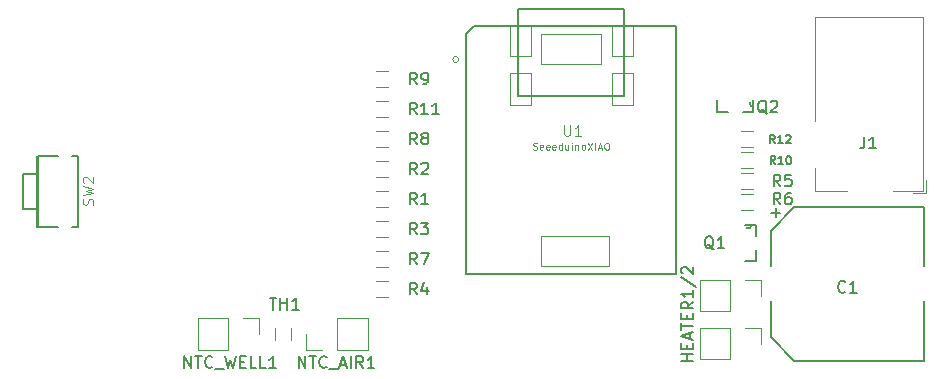
<source format=gto>
G04 #@! TF.GenerationSoftware,KiCad,Pcbnew,(5.1.6-0-10_14)*
G04 #@! TF.CreationDate,2020-10-28T15:49:20+09:00*
G04 #@! TF.ProjectId,NinjaLAMP,4e696e6a-614c-4414-9d50-2e6b69636164,rev?*
G04 #@! TF.SameCoordinates,Original*
G04 #@! TF.FileFunction,Legend,Top*
G04 #@! TF.FilePolarity,Positive*
%FSLAX46Y46*%
G04 Gerber Fmt 4.6, Leading zero omitted, Abs format (unit mm)*
G04 Created by KiCad (PCBNEW (5.1.6-0-10_14)) date 2020-10-28 15:49:20*
%MOMM*%
%LPD*%
G01*
G04 APERTURE LIST*
%ADD10C,0.150000*%
%ADD11C,0.203200*%
%ADD12C,0.120000*%
%ADD13C,0.152400*%
%ADD14C,0.100000*%
%ADD15C,0.127000*%
%ADD16C,0.066040*%
%ADD17C,0.101600*%
%ADD18C,0.076200*%
G04 APERTURE END LIST*
D10*
X167740060Y-116924710D02*
X166740060Y-116924710D01*
X167216251Y-116924710D02*
X167216251Y-116353281D01*
X167740060Y-116353281D02*
X166740060Y-116353281D01*
X167216251Y-115877091D02*
X167216251Y-115543758D01*
X167740060Y-115400900D02*
X167740060Y-115877091D01*
X166740060Y-115877091D01*
X166740060Y-115400900D01*
X167454346Y-115019948D02*
X167454346Y-114543758D01*
X167740060Y-115115186D02*
X166740060Y-114781853D01*
X167740060Y-114448520D01*
X166740060Y-114258043D02*
X166740060Y-113686615D01*
X167740060Y-113972329D02*
X166740060Y-113972329D01*
X167216251Y-113353281D02*
X167216251Y-113019948D01*
X167740060Y-112877091D02*
X167740060Y-113353281D01*
X166740060Y-113353281D01*
X166740060Y-112877091D01*
X167740060Y-111877091D02*
X167263870Y-112210424D01*
X167740060Y-112448520D02*
X166740060Y-112448520D01*
X166740060Y-112067567D01*
X166787680Y-111972329D01*
X166835299Y-111924710D01*
X166930537Y-111877091D01*
X167073394Y-111877091D01*
X167168632Y-111924710D01*
X167216251Y-111972329D01*
X167263870Y-112067567D01*
X167263870Y-112448520D01*
X167740060Y-110924710D02*
X167740060Y-111496139D01*
X167740060Y-111210424D02*
X166740060Y-111210424D01*
X166882918Y-111305662D01*
X166978156Y-111400900D01*
X167025775Y-111496139D01*
X166692441Y-109781853D02*
X167978156Y-110638996D01*
X166835299Y-109496139D02*
X166787680Y-109448520D01*
X166740060Y-109353281D01*
X166740060Y-109115186D01*
X166787680Y-109019948D01*
X166835299Y-108972329D01*
X166930537Y-108924710D01*
X167025775Y-108924710D01*
X167168632Y-108972329D01*
X167740060Y-109543758D01*
X167740060Y-108924710D01*
D11*
G04 #@! TO.C,C1*
X174303020Y-114867880D02*
X174303020Y-111867880D01*
X174303020Y-105867880D02*
X174303020Y-108867880D01*
X187303020Y-103867880D02*
X187303020Y-108867880D01*
X187303020Y-116867880D02*
X187303020Y-111867880D01*
X176303020Y-103867880D02*
X187303020Y-103867880D01*
X174303020Y-105867880D02*
X176303020Y-103867880D01*
X176303020Y-116867880D02*
X174303020Y-114867880D01*
X187303020Y-116867880D02*
X176303020Y-116867880D01*
D12*
G04 #@! TO.C,HEATER1*
X168279240Y-114112800D02*
X168279240Y-116772800D01*
X170879240Y-114112800D02*
X168279240Y-114112800D01*
X170879240Y-116772800D02*
X168279240Y-116772800D01*
X170879240Y-114112800D02*
X170879240Y-116772800D01*
X172149240Y-114112800D02*
X173479240Y-114112800D01*
X173479240Y-114112800D02*
X173479240Y-115442800D01*
G04 #@! TO.C,HEATER2*
X173489400Y-110039400D02*
X173489400Y-111369400D01*
X172159400Y-110039400D02*
X173489400Y-110039400D01*
X170889400Y-110039400D02*
X170889400Y-112699400D01*
X170889400Y-112699400D02*
X168289400Y-112699400D01*
X170889400Y-110039400D02*
X168289400Y-110039400D01*
X168289400Y-110039400D02*
X168289400Y-112699400D01*
G04 #@! TO.C,J1*
X186374200Y-102674400D02*
X187424200Y-102674400D01*
X187424200Y-101624400D02*
X187424200Y-102674400D01*
X178024200Y-96574400D02*
X178024200Y-87774400D01*
X178024200Y-87774400D02*
X187224200Y-87774400D01*
X180724200Y-102474400D02*
X178024200Y-102474400D01*
X178024200Y-102474400D02*
X178024200Y-100574400D01*
X187224200Y-87774400D02*
X187224200Y-102474400D01*
X187224200Y-102474400D02*
X184624200Y-102474400D01*
G04 #@! TO.C,NTC_AIR1*
X140190000Y-115960000D02*
X140190000Y-113300000D01*
X137590000Y-115960000D02*
X140190000Y-115960000D01*
X137590000Y-113300000D02*
X140190000Y-113300000D01*
X137590000Y-115960000D02*
X137590000Y-113300000D01*
X136320000Y-115960000D02*
X134990000Y-115960000D01*
X134990000Y-115960000D02*
X134990000Y-114630000D01*
G04 #@! TO.C,NTC_WELL1*
X130982500Y-113300000D02*
X130982500Y-114630000D01*
X129652500Y-113300000D02*
X130982500Y-113300000D01*
X128382500Y-113300000D02*
X128382500Y-115960000D01*
X128382500Y-115960000D02*
X125782500Y-115960000D01*
X128382500Y-113300000D02*
X125782500Y-113300000D01*
X125782500Y-113300000D02*
X125782500Y-115960000D01*
D13*
G04 #@! TO.C,Q1*
X173086500Y-106298800D02*
X173086500Y-105384400D01*
X172095900Y-108432400D02*
X173086500Y-108432400D01*
X173086500Y-108432400D02*
X173086500Y-107518000D01*
X173086500Y-105384400D02*
X172680100Y-105384400D01*
X172680100Y-105384400D02*
X172095900Y-105384400D01*
X172680100Y-105384400D02*
G75*
G02*
X172273700Y-105663800I-301019J2582D01*
G01*
G04 #@! TO.C,Q2*
X172832500Y-95414900D02*
X172832500Y-94830700D01*
X172832500Y-95821300D02*
X172832500Y-95414900D01*
X169784500Y-95821300D02*
X170698900Y-95821300D01*
X169784500Y-94830700D02*
X169784500Y-95821300D01*
X171918100Y-95821300D02*
X172832500Y-95821300D01*
X172832500Y-95414900D02*
G75*
G02*
X172553100Y-95008500I2582J301019D01*
G01*
D12*
G04 #@! TO.C,R1*
X141900000Y-103880000D02*
X140900000Y-103880000D01*
X140900000Y-102520000D02*
X141900000Y-102520000D01*
G04 #@! TO.C,R2*
X140900000Y-99980000D02*
X141900000Y-99980000D01*
X141900000Y-101340000D02*
X140900000Y-101340000D01*
G04 #@! TO.C,R3*
X140900000Y-105060000D02*
X141900000Y-105060000D01*
X141900000Y-106420000D02*
X140900000Y-106420000D01*
G04 #@! TO.C,R4*
X141900000Y-111500000D02*
X140900000Y-111500000D01*
X140900000Y-110140000D02*
X141900000Y-110140000D01*
G04 #@! TO.C,R5*
X172821960Y-102356000D02*
X171821960Y-102356000D01*
X171821960Y-100996000D02*
X172821960Y-100996000D01*
G04 #@! TO.C,R6*
X171821960Y-102774000D02*
X172821960Y-102774000D01*
X172821960Y-104134000D02*
X171821960Y-104134000D01*
G04 #@! TO.C,R7*
X140900000Y-107600000D02*
X141900000Y-107600000D01*
X141900000Y-108960000D02*
X140900000Y-108960000D01*
G04 #@! TO.C,R8*
X141900000Y-98800000D02*
X140900000Y-98800000D01*
X140900000Y-97440000D02*
X141900000Y-97440000D01*
G04 #@! TO.C,R9*
X140900000Y-92360000D02*
X141900000Y-92360000D01*
X141900000Y-93720000D02*
X140900000Y-93720000D01*
G04 #@! TO.C,R10*
X171821960Y-99218000D02*
X172821960Y-99218000D01*
X172821960Y-100578000D02*
X171821960Y-100578000D01*
G04 #@! TO.C,R11*
X141900000Y-96260000D02*
X140900000Y-96260000D01*
X140900000Y-94900000D02*
X141900000Y-94900000D01*
G04 #@! TO.C,R12*
X171821960Y-97440000D02*
X172821960Y-97440000D01*
X172821960Y-98800000D02*
X171821960Y-98800000D01*
D14*
G04 #@! TO.C,U1*
X147885000Y-91379000D02*
G75*
G03*
X147885000Y-91379000I-254000J0D01*
G01*
D15*
X152914200Y-94470180D02*
X152914200Y-87116880D01*
X161913420Y-94470180D02*
X152914200Y-94470180D01*
X161913420Y-87116880D02*
X161913420Y-94470180D01*
X152919280Y-87116880D02*
X161913420Y-87116880D01*
X148520000Y-89212380D02*
X148520000Y-109540000D01*
X149190560Y-88541820D02*
X148520000Y-89212380D01*
X166317780Y-88541820D02*
X149190560Y-88541820D01*
X166317780Y-109540000D02*
X166317780Y-88541820D01*
X148520000Y-109540000D02*
X166317780Y-109540000D01*
D16*
X160839000Y-91125000D02*
X160839000Y-88458000D01*
X160839000Y-88458000D02*
X162617000Y-88458000D01*
X162617000Y-91125000D02*
X162617000Y-88458000D01*
X160839000Y-91125000D02*
X162617000Y-91125000D01*
X160839000Y-95191540D02*
X160839000Y-92522000D01*
X160839000Y-92522000D02*
X162617000Y-92522000D01*
X162617000Y-95191540D02*
X162617000Y-92522000D01*
X160839000Y-95191540D02*
X162617000Y-95191540D01*
X152203000Y-95191540D02*
X152203000Y-92522000D01*
X152203000Y-92522000D02*
X153981000Y-92522000D01*
X153981000Y-95191540D02*
X153981000Y-92522000D01*
X152203000Y-95191540D02*
X153981000Y-95191540D01*
X152203000Y-91125000D02*
X152203000Y-88458000D01*
X152203000Y-88458000D02*
X153981000Y-88458000D01*
X153981000Y-91125000D02*
X153981000Y-88458000D01*
X152203000Y-91125000D02*
X153981000Y-91125000D01*
X154870000Y-108905000D02*
X154870000Y-106365000D01*
X154870000Y-106365000D02*
X160585000Y-106365000D01*
X160585000Y-108905000D02*
X160585000Y-106365000D01*
X154870000Y-108905000D02*
X160585000Y-108905000D01*
X154870000Y-91760000D02*
X154870000Y-89220000D01*
X154870000Y-89220000D02*
X159950000Y-89220000D01*
X159950000Y-91760000D02*
X159950000Y-89220000D01*
X154870000Y-91760000D02*
X159950000Y-91760000D01*
D12*
G04 #@! TO.C,TH1*
X132322500Y-115127000D02*
X132322500Y-114127000D01*
X133682500Y-114127000D02*
X133682500Y-115127000D01*
D16*
G04 #@! TO.C,SW2*
X115663000Y-105588000D02*
X115663000Y-99619000D01*
X112234000Y-105588000D02*
X112234000Y-99619000D01*
D15*
X115668080Y-105539740D02*
X115668080Y-99540260D01*
X112170500Y-105539740D02*
X112170500Y-104038600D01*
X112170500Y-104038600D02*
X112170500Y-101041400D01*
X112170500Y-101041400D02*
X112170500Y-99540260D01*
X112170500Y-104038600D02*
X111022420Y-104038600D01*
X111022420Y-104038600D02*
X111022420Y-101041400D01*
X111022420Y-101041400D02*
X112170500Y-101041400D01*
X115668080Y-105539740D02*
X115119440Y-105539740D01*
X112221300Y-105539740D02*
X113920560Y-105539740D01*
X112221300Y-99540260D02*
X113920560Y-99540260D01*
X115668080Y-99540260D02*
X115119440Y-99540260D01*
G04 #@! TO.C,C1*
D10*
X180623653Y-111024742D02*
X180576034Y-111072361D01*
X180433177Y-111119980D01*
X180337939Y-111119980D01*
X180195081Y-111072361D01*
X180099843Y-110977123D01*
X180052224Y-110881885D01*
X180004605Y-110691409D01*
X180004605Y-110548552D01*
X180052224Y-110358076D01*
X180099843Y-110262838D01*
X180195081Y-110167600D01*
X180337939Y-110119980D01*
X180433177Y-110119980D01*
X180576034Y-110167600D01*
X180623653Y-110215219D01*
X181576034Y-111119980D02*
X181004605Y-111119980D01*
X181290320Y-111119980D02*
X181290320Y-110119980D01*
X181195081Y-110262838D01*
X181099843Y-110358076D01*
X181004605Y-110405695D01*
X174326067Y-104343308D02*
X175087972Y-104343308D01*
X174707020Y-104724260D02*
X174707020Y-103962356D01*
G04 #@! TO.C,J1*
X182222286Y-97912740D02*
X182222286Y-98627026D01*
X182174667Y-98769883D01*
X182079429Y-98865121D01*
X181936572Y-98912740D01*
X181841334Y-98912740D01*
X183222286Y-98912740D02*
X182650858Y-98912740D01*
X182936572Y-98912740D02*
X182936572Y-97912740D01*
X182841334Y-98055598D01*
X182746096Y-98150836D01*
X182650858Y-98198455D01*
G04 #@! TO.C,NTC_AIR1*
X134322023Y-117495380D02*
X134322023Y-116495380D01*
X134893452Y-117495380D01*
X134893452Y-116495380D01*
X135226785Y-116495380D02*
X135798214Y-116495380D01*
X135512500Y-117495380D02*
X135512500Y-116495380D01*
X136702976Y-117400142D02*
X136655357Y-117447761D01*
X136512500Y-117495380D01*
X136417261Y-117495380D01*
X136274404Y-117447761D01*
X136179166Y-117352523D01*
X136131547Y-117257285D01*
X136083928Y-117066809D01*
X136083928Y-116923952D01*
X136131547Y-116733476D01*
X136179166Y-116638238D01*
X136274404Y-116543000D01*
X136417261Y-116495380D01*
X136512500Y-116495380D01*
X136655357Y-116543000D01*
X136702976Y-116590619D01*
X136893452Y-117590619D02*
X137655357Y-117590619D01*
X137845833Y-117209666D02*
X138322023Y-117209666D01*
X137750595Y-117495380D02*
X138083928Y-116495380D01*
X138417261Y-117495380D01*
X138750595Y-117495380D02*
X138750595Y-116495380D01*
X139798214Y-117495380D02*
X139464880Y-117019190D01*
X139226785Y-117495380D02*
X139226785Y-116495380D01*
X139607738Y-116495380D01*
X139702976Y-116543000D01*
X139750595Y-116590619D01*
X139798214Y-116685857D01*
X139798214Y-116828714D01*
X139750595Y-116923952D01*
X139702976Y-116971571D01*
X139607738Y-117019190D01*
X139226785Y-117019190D01*
X140750595Y-117495380D02*
X140179166Y-117495380D01*
X140464880Y-117495380D02*
X140464880Y-116495380D01*
X140369642Y-116638238D01*
X140274404Y-116733476D01*
X140179166Y-116781095D01*
G04 #@! TO.C,NTC_WELL1*
X124655357Y-117495380D02*
X124655357Y-116495380D01*
X125226785Y-117495380D01*
X125226785Y-116495380D01*
X125560119Y-116495380D02*
X126131547Y-116495380D01*
X125845833Y-117495380D02*
X125845833Y-116495380D01*
X127036309Y-117400142D02*
X126988690Y-117447761D01*
X126845833Y-117495380D01*
X126750595Y-117495380D01*
X126607738Y-117447761D01*
X126512500Y-117352523D01*
X126464880Y-117257285D01*
X126417261Y-117066809D01*
X126417261Y-116923952D01*
X126464880Y-116733476D01*
X126512500Y-116638238D01*
X126607738Y-116543000D01*
X126750595Y-116495380D01*
X126845833Y-116495380D01*
X126988690Y-116543000D01*
X127036309Y-116590619D01*
X127226785Y-117590619D02*
X127988690Y-117590619D01*
X128131547Y-116495380D02*
X128369642Y-117495380D01*
X128560119Y-116781095D01*
X128750595Y-117495380D01*
X128988690Y-116495380D01*
X129369642Y-116971571D02*
X129702976Y-116971571D01*
X129845833Y-117495380D02*
X129369642Y-117495380D01*
X129369642Y-116495380D01*
X129845833Y-116495380D01*
X130750595Y-117495380D02*
X130274404Y-117495380D01*
X130274404Y-116495380D01*
X131560119Y-117495380D02*
X131083928Y-117495380D01*
X131083928Y-116495380D01*
X132417261Y-117495380D02*
X131845833Y-117495380D01*
X132131547Y-117495380D02*
X132131547Y-116495380D01*
X132036309Y-116638238D01*
X131941071Y-116733476D01*
X131845833Y-116781095D01*
G04 #@! TO.C,Q1*
X169460661Y-107453479D02*
X169365423Y-107405860D01*
X169270185Y-107310621D01*
X169127328Y-107167764D01*
X169032090Y-107120145D01*
X168936852Y-107120145D01*
X168984471Y-107358240D02*
X168889233Y-107310621D01*
X168793995Y-107215383D01*
X168746376Y-107024907D01*
X168746376Y-106691574D01*
X168793995Y-106501098D01*
X168889233Y-106405860D01*
X168984471Y-106358240D01*
X169174947Y-106358240D01*
X169270185Y-106405860D01*
X169365423Y-106501098D01*
X169413042Y-106691574D01*
X169413042Y-107024907D01*
X169365423Y-107215383D01*
X169270185Y-107310621D01*
X169174947Y-107358240D01*
X168984471Y-107358240D01*
X170365423Y-107358240D02*
X169793995Y-107358240D01*
X170079709Y-107358240D02*
X170079709Y-106358240D01*
X169984471Y-106501098D01*
X169889233Y-106596336D01*
X169793995Y-106643955D01*
G04 #@! TO.C,Q2*
X173967261Y-95954619D02*
X173872023Y-95907000D01*
X173776785Y-95811761D01*
X173633928Y-95668904D01*
X173538690Y-95621285D01*
X173443452Y-95621285D01*
X173491071Y-95859380D02*
X173395833Y-95811761D01*
X173300595Y-95716523D01*
X173252976Y-95526047D01*
X173252976Y-95192714D01*
X173300595Y-95002238D01*
X173395833Y-94907000D01*
X173491071Y-94859380D01*
X173681547Y-94859380D01*
X173776785Y-94907000D01*
X173872023Y-95002238D01*
X173919642Y-95192714D01*
X173919642Y-95526047D01*
X173872023Y-95716523D01*
X173776785Y-95811761D01*
X173681547Y-95859380D01*
X173491071Y-95859380D01*
X174300595Y-94954619D02*
X174348214Y-94907000D01*
X174443452Y-94859380D01*
X174681547Y-94859380D01*
X174776785Y-94907000D01*
X174824404Y-94954619D01*
X174872023Y-95049857D01*
X174872023Y-95145095D01*
X174824404Y-95287952D01*
X174252976Y-95859380D01*
X174872023Y-95859380D01*
G04 #@! TO.C,R1*
X144345833Y-103652380D02*
X144012500Y-103176190D01*
X143774404Y-103652380D02*
X143774404Y-102652380D01*
X144155357Y-102652380D01*
X144250595Y-102700000D01*
X144298214Y-102747619D01*
X144345833Y-102842857D01*
X144345833Y-102985714D01*
X144298214Y-103080952D01*
X144250595Y-103128571D01*
X144155357Y-103176190D01*
X143774404Y-103176190D01*
X145298214Y-103652380D02*
X144726785Y-103652380D01*
X145012500Y-103652380D02*
X145012500Y-102652380D01*
X144917261Y-102795238D01*
X144822023Y-102890476D01*
X144726785Y-102938095D01*
G04 #@! TO.C,R2*
X144345833Y-101112380D02*
X144012500Y-100636190D01*
X143774404Y-101112380D02*
X143774404Y-100112380D01*
X144155357Y-100112380D01*
X144250595Y-100160000D01*
X144298214Y-100207619D01*
X144345833Y-100302857D01*
X144345833Y-100445714D01*
X144298214Y-100540952D01*
X144250595Y-100588571D01*
X144155357Y-100636190D01*
X143774404Y-100636190D01*
X144726785Y-100207619D02*
X144774404Y-100160000D01*
X144869642Y-100112380D01*
X145107738Y-100112380D01*
X145202976Y-100160000D01*
X145250595Y-100207619D01*
X145298214Y-100302857D01*
X145298214Y-100398095D01*
X145250595Y-100540952D01*
X144679166Y-101112380D01*
X145298214Y-101112380D01*
G04 #@! TO.C,R3*
X144345833Y-106192380D02*
X144012500Y-105716190D01*
X143774404Y-106192380D02*
X143774404Y-105192380D01*
X144155357Y-105192380D01*
X144250595Y-105240000D01*
X144298214Y-105287619D01*
X144345833Y-105382857D01*
X144345833Y-105525714D01*
X144298214Y-105620952D01*
X144250595Y-105668571D01*
X144155357Y-105716190D01*
X143774404Y-105716190D01*
X144679166Y-105192380D02*
X145298214Y-105192380D01*
X144964880Y-105573333D01*
X145107738Y-105573333D01*
X145202976Y-105620952D01*
X145250595Y-105668571D01*
X145298214Y-105763809D01*
X145298214Y-106001904D01*
X145250595Y-106097142D01*
X145202976Y-106144761D01*
X145107738Y-106192380D01*
X144822023Y-106192380D01*
X144726785Y-106144761D01*
X144679166Y-106097142D01*
G04 #@! TO.C,R4*
X144345833Y-111272380D02*
X144012500Y-110796190D01*
X143774404Y-111272380D02*
X143774404Y-110272380D01*
X144155357Y-110272380D01*
X144250595Y-110320000D01*
X144298214Y-110367619D01*
X144345833Y-110462857D01*
X144345833Y-110605714D01*
X144298214Y-110700952D01*
X144250595Y-110748571D01*
X144155357Y-110796190D01*
X143774404Y-110796190D01*
X145202976Y-110605714D02*
X145202976Y-111272380D01*
X144964880Y-110224761D02*
X144726785Y-110939047D01*
X145345833Y-110939047D01*
G04 #@! TO.C,R5*
X175119473Y-102128380D02*
X174786140Y-101652190D01*
X174548044Y-102128380D02*
X174548044Y-101128380D01*
X174928997Y-101128380D01*
X175024235Y-101176000D01*
X175071854Y-101223619D01*
X175119473Y-101318857D01*
X175119473Y-101461714D01*
X175071854Y-101556952D01*
X175024235Y-101604571D01*
X174928997Y-101652190D01*
X174548044Y-101652190D01*
X176024235Y-101128380D02*
X175548044Y-101128380D01*
X175500425Y-101604571D01*
X175548044Y-101556952D01*
X175643282Y-101509333D01*
X175881378Y-101509333D01*
X175976616Y-101556952D01*
X176024235Y-101604571D01*
X176071854Y-101699809D01*
X176071854Y-101937904D01*
X176024235Y-102033142D01*
X175976616Y-102080761D01*
X175881378Y-102128380D01*
X175643282Y-102128380D01*
X175548044Y-102080761D01*
X175500425Y-102033142D01*
G04 #@! TO.C,R6*
X175119473Y-103652380D02*
X174786140Y-103176190D01*
X174548044Y-103652380D02*
X174548044Y-102652380D01*
X174928997Y-102652380D01*
X175024235Y-102700000D01*
X175071854Y-102747619D01*
X175119473Y-102842857D01*
X175119473Y-102985714D01*
X175071854Y-103080952D01*
X175024235Y-103128571D01*
X174928997Y-103176190D01*
X174548044Y-103176190D01*
X175976616Y-102652380D02*
X175786140Y-102652380D01*
X175690901Y-102700000D01*
X175643282Y-102747619D01*
X175548044Y-102890476D01*
X175500425Y-103080952D01*
X175500425Y-103461904D01*
X175548044Y-103557142D01*
X175595663Y-103604761D01*
X175690901Y-103652380D01*
X175881378Y-103652380D01*
X175976616Y-103604761D01*
X176024235Y-103557142D01*
X176071854Y-103461904D01*
X176071854Y-103223809D01*
X176024235Y-103128571D01*
X175976616Y-103080952D01*
X175881378Y-103033333D01*
X175690901Y-103033333D01*
X175595663Y-103080952D01*
X175548044Y-103128571D01*
X175500425Y-103223809D01*
G04 #@! TO.C,R7*
X144345833Y-108732380D02*
X144012500Y-108256190D01*
X143774404Y-108732380D02*
X143774404Y-107732380D01*
X144155357Y-107732380D01*
X144250595Y-107780000D01*
X144298214Y-107827619D01*
X144345833Y-107922857D01*
X144345833Y-108065714D01*
X144298214Y-108160952D01*
X144250595Y-108208571D01*
X144155357Y-108256190D01*
X143774404Y-108256190D01*
X144679166Y-107732380D02*
X145345833Y-107732380D01*
X144917261Y-108732380D01*
G04 #@! TO.C,R8*
X144345833Y-98572380D02*
X144012500Y-98096190D01*
X143774404Y-98572380D02*
X143774404Y-97572380D01*
X144155357Y-97572380D01*
X144250595Y-97620000D01*
X144298214Y-97667619D01*
X144345833Y-97762857D01*
X144345833Y-97905714D01*
X144298214Y-98000952D01*
X144250595Y-98048571D01*
X144155357Y-98096190D01*
X143774404Y-98096190D01*
X144917261Y-98000952D02*
X144822023Y-97953333D01*
X144774404Y-97905714D01*
X144726785Y-97810476D01*
X144726785Y-97762857D01*
X144774404Y-97667619D01*
X144822023Y-97620000D01*
X144917261Y-97572380D01*
X145107738Y-97572380D01*
X145202976Y-97620000D01*
X145250595Y-97667619D01*
X145298214Y-97762857D01*
X145298214Y-97810476D01*
X145250595Y-97905714D01*
X145202976Y-97953333D01*
X145107738Y-98000952D01*
X144917261Y-98000952D01*
X144822023Y-98048571D01*
X144774404Y-98096190D01*
X144726785Y-98191428D01*
X144726785Y-98381904D01*
X144774404Y-98477142D01*
X144822023Y-98524761D01*
X144917261Y-98572380D01*
X145107738Y-98572380D01*
X145202976Y-98524761D01*
X145250595Y-98477142D01*
X145298214Y-98381904D01*
X145298214Y-98191428D01*
X145250595Y-98096190D01*
X145202976Y-98048571D01*
X145107738Y-98000952D01*
G04 #@! TO.C,R9*
X144345833Y-93492380D02*
X144012500Y-93016190D01*
X143774404Y-93492380D02*
X143774404Y-92492380D01*
X144155357Y-92492380D01*
X144250595Y-92540000D01*
X144298214Y-92587619D01*
X144345833Y-92682857D01*
X144345833Y-92825714D01*
X144298214Y-92920952D01*
X144250595Y-92968571D01*
X144155357Y-93016190D01*
X143774404Y-93016190D01*
X144822023Y-93492380D02*
X145012500Y-93492380D01*
X145107738Y-93444761D01*
X145155357Y-93397142D01*
X145250595Y-93254285D01*
X145298214Y-93063809D01*
X145298214Y-92682857D01*
X145250595Y-92587619D01*
X145202976Y-92540000D01*
X145107738Y-92492380D01*
X144917261Y-92492380D01*
X144822023Y-92540000D01*
X144774404Y-92587619D01*
X144726785Y-92682857D01*
X144726785Y-92920952D01*
X144774404Y-93016190D01*
X144822023Y-93063809D01*
X144917261Y-93111428D01*
X145107738Y-93111428D01*
X145202976Y-93063809D01*
X145250595Y-93016190D01*
X145298214Y-92920952D01*
G04 #@! TO.C,R10*
X174682500Y-100243666D02*
X174449166Y-99910333D01*
X174282500Y-100243666D02*
X174282500Y-99543666D01*
X174549166Y-99543666D01*
X174615833Y-99577000D01*
X174649166Y-99610333D01*
X174682500Y-99677000D01*
X174682500Y-99777000D01*
X174649166Y-99843666D01*
X174615833Y-99877000D01*
X174549166Y-99910333D01*
X174282500Y-99910333D01*
X175349166Y-100243666D02*
X174949166Y-100243666D01*
X175149166Y-100243666D02*
X175149166Y-99543666D01*
X175082500Y-99643666D01*
X175015833Y-99710333D01*
X174949166Y-99743666D01*
X175782500Y-99543666D02*
X175849166Y-99543666D01*
X175915833Y-99577000D01*
X175949166Y-99610333D01*
X175982500Y-99677000D01*
X176015833Y-99810333D01*
X176015833Y-99977000D01*
X175982500Y-100110333D01*
X175949166Y-100177000D01*
X175915833Y-100210333D01*
X175849166Y-100243666D01*
X175782500Y-100243666D01*
X175715833Y-100210333D01*
X175682500Y-100177000D01*
X175649166Y-100110333D01*
X175615833Y-99977000D01*
X175615833Y-99810333D01*
X175649166Y-99677000D01*
X175682500Y-99610333D01*
X175715833Y-99577000D01*
X175782500Y-99543666D01*
G04 #@! TO.C,R11*
X144313142Y-96032380D02*
X143979809Y-95556190D01*
X143741714Y-96032380D02*
X143741714Y-95032380D01*
X144122666Y-95032380D01*
X144217904Y-95080000D01*
X144265523Y-95127619D01*
X144313142Y-95222857D01*
X144313142Y-95365714D01*
X144265523Y-95460952D01*
X144217904Y-95508571D01*
X144122666Y-95556190D01*
X143741714Y-95556190D01*
X145265523Y-96032380D02*
X144694095Y-96032380D01*
X144979809Y-96032380D02*
X144979809Y-95032380D01*
X144884571Y-95175238D01*
X144789333Y-95270476D01*
X144694095Y-95318095D01*
X146217904Y-96032380D02*
X145646476Y-96032380D01*
X145932190Y-96032380D02*
X145932190Y-95032380D01*
X145836952Y-95175238D01*
X145741714Y-95270476D01*
X145646476Y-95318095D01*
G04 #@! TO.C,R12*
X174652500Y-98473666D02*
X174419166Y-98140333D01*
X174252500Y-98473666D02*
X174252500Y-97773666D01*
X174519166Y-97773666D01*
X174585833Y-97807000D01*
X174619166Y-97840333D01*
X174652500Y-97907000D01*
X174652500Y-98007000D01*
X174619166Y-98073666D01*
X174585833Y-98107000D01*
X174519166Y-98140333D01*
X174252500Y-98140333D01*
X175319166Y-98473666D02*
X174919166Y-98473666D01*
X175119166Y-98473666D02*
X175119166Y-97773666D01*
X175052500Y-97873666D01*
X174985833Y-97940333D01*
X174919166Y-97973666D01*
X175585833Y-97840333D02*
X175619166Y-97807000D01*
X175685833Y-97773666D01*
X175852500Y-97773666D01*
X175919166Y-97807000D01*
X175952500Y-97840333D01*
X175985833Y-97907000D01*
X175985833Y-97973666D01*
X175952500Y-98073666D01*
X175552500Y-98473666D01*
X175985833Y-98473666D01*
G04 #@! TO.C,U1*
D17*
X156816106Y-96927046D02*
X156816106Y-97646713D01*
X156858440Y-97731380D01*
X156900773Y-97773713D01*
X156985440Y-97816046D01*
X157154773Y-97816046D01*
X157239440Y-97773713D01*
X157281773Y-97731380D01*
X157324106Y-97646713D01*
X157324106Y-96927046D01*
X158213106Y-97816046D02*
X157705106Y-97816046D01*
X157959106Y-97816046D02*
X157959106Y-96927046D01*
X157874440Y-97054046D01*
X157789773Y-97138713D01*
X157705106Y-97181046D01*
D18*
X154187828Y-98991742D02*
X154274914Y-99020771D01*
X154420057Y-99020771D01*
X154478114Y-98991742D01*
X154507142Y-98962714D01*
X154536171Y-98904657D01*
X154536171Y-98846600D01*
X154507142Y-98788542D01*
X154478114Y-98759514D01*
X154420057Y-98730485D01*
X154303942Y-98701457D01*
X154245885Y-98672428D01*
X154216857Y-98643400D01*
X154187828Y-98585342D01*
X154187828Y-98527285D01*
X154216857Y-98469228D01*
X154245885Y-98440200D01*
X154303942Y-98411171D01*
X154449085Y-98411171D01*
X154536171Y-98440200D01*
X155029657Y-98991742D02*
X154971600Y-99020771D01*
X154855485Y-99020771D01*
X154797428Y-98991742D01*
X154768400Y-98933685D01*
X154768400Y-98701457D01*
X154797428Y-98643400D01*
X154855485Y-98614371D01*
X154971600Y-98614371D01*
X155029657Y-98643400D01*
X155058685Y-98701457D01*
X155058685Y-98759514D01*
X154768400Y-98817571D01*
X155552171Y-98991742D02*
X155494114Y-99020771D01*
X155378000Y-99020771D01*
X155319942Y-98991742D01*
X155290914Y-98933685D01*
X155290914Y-98701457D01*
X155319942Y-98643400D01*
X155378000Y-98614371D01*
X155494114Y-98614371D01*
X155552171Y-98643400D01*
X155581200Y-98701457D01*
X155581200Y-98759514D01*
X155290914Y-98817571D01*
X156074685Y-98991742D02*
X156016628Y-99020771D01*
X155900514Y-99020771D01*
X155842457Y-98991742D01*
X155813428Y-98933685D01*
X155813428Y-98701457D01*
X155842457Y-98643400D01*
X155900514Y-98614371D01*
X156016628Y-98614371D01*
X156074685Y-98643400D01*
X156103714Y-98701457D01*
X156103714Y-98759514D01*
X155813428Y-98817571D01*
X156626228Y-99020771D02*
X156626228Y-98411171D01*
X156626228Y-98991742D02*
X156568171Y-99020771D01*
X156452057Y-99020771D01*
X156394000Y-98991742D01*
X156364971Y-98962714D01*
X156335942Y-98904657D01*
X156335942Y-98730485D01*
X156364971Y-98672428D01*
X156394000Y-98643400D01*
X156452057Y-98614371D01*
X156568171Y-98614371D01*
X156626228Y-98643400D01*
X157177771Y-98614371D02*
X157177771Y-99020771D01*
X156916514Y-98614371D02*
X156916514Y-98933685D01*
X156945542Y-98991742D01*
X157003600Y-99020771D01*
X157090685Y-99020771D01*
X157148742Y-98991742D01*
X157177771Y-98962714D01*
X157468057Y-99020771D02*
X157468057Y-98614371D01*
X157468057Y-98411171D02*
X157439028Y-98440200D01*
X157468057Y-98469228D01*
X157497085Y-98440200D01*
X157468057Y-98411171D01*
X157468057Y-98469228D01*
X157758342Y-98614371D02*
X157758342Y-99020771D01*
X157758342Y-98672428D02*
X157787371Y-98643400D01*
X157845428Y-98614371D01*
X157932514Y-98614371D01*
X157990571Y-98643400D01*
X158019600Y-98701457D01*
X158019600Y-99020771D01*
X158396971Y-99020771D02*
X158338914Y-98991742D01*
X158309885Y-98962714D01*
X158280857Y-98904657D01*
X158280857Y-98730485D01*
X158309885Y-98672428D01*
X158338914Y-98643400D01*
X158396971Y-98614371D01*
X158484057Y-98614371D01*
X158542114Y-98643400D01*
X158571142Y-98672428D01*
X158600171Y-98730485D01*
X158600171Y-98904657D01*
X158571142Y-98962714D01*
X158542114Y-98991742D01*
X158484057Y-99020771D01*
X158396971Y-99020771D01*
X158803371Y-98411171D02*
X159209771Y-99020771D01*
X159209771Y-98411171D02*
X158803371Y-99020771D01*
X159442000Y-99020771D02*
X159442000Y-98411171D01*
X159703257Y-98846600D02*
X159993542Y-98846600D01*
X159645200Y-99020771D02*
X159848400Y-98411171D01*
X160051600Y-99020771D01*
X160370914Y-98411171D02*
X160487028Y-98411171D01*
X160545085Y-98440200D01*
X160603142Y-98498257D01*
X160632171Y-98614371D01*
X160632171Y-98817571D01*
X160603142Y-98933685D01*
X160545085Y-98991742D01*
X160487028Y-99020771D01*
X160370914Y-99020771D01*
X160312857Y-98991742D01*
X160254800Y-98933685D01*
X160225771Y-98817571D01*
X160225771Y-98614371D01*
X160254800Y-98498257D01*
X160312857Y-98440200D01*
X160370914Y-98411171D01*
G04 #@! TO.C,TH1*
D10*
X131876785Y-111559380D02*
X132448214Y-111559380D01*
X132162500Y-112559380D02*
X132162500Y-111559380D01*
X132781547Y-112559380D02*
X132781547Y-111559380D01*
X132781547Y-112035571D02*
X133352976Y-112035571D01*
X133352976Y-112559380D02*
X133352976Y-111559380D01*
X134352976Y-112559380D02*
X133781547Y-112559380D01*
X134067261Y-112559380D02*
X134067261Y-111559380D01*
X133972023Y-111702238D01*
X133876785Y-111797476D01*
X133781547Y-111845095D01*
G04 #@! TO.C,SW2*
D17*
X116882333Y-103692333D02*
X116924666Y-103565333D01*
X116924666Y-103353666D01*
X116882333Y-103269000D01*
X116840000Y-103226666D01*
X116755333Y-103184333D01*
X116670666Y-103184333D01*
X116586000Y-103226666D01*
X116543666Y-103269000D01*
X116501333Y-103353666D01*
X116459000Y-103523000D01*
X116416666Y-103607666D01*
X116374333Y-103650000D01*
X116289666Y-103692333D01*
X116205000Y-103692333D01*
X116120333Y-103650000D01*
X116078000Y-103607666D01*
X116035666Y-103523000D01*
X116035666Y-103311333D01*
X116078000Y-103184333D01*
X116035666Y-102888000D02*
X116924666Y-102676333D01*
X116289666Y-102507000D01*
X116924666Y-102337666D01*
X116035666Y-102126000D01*
X116120333Y-101829666D02*
X116078000Y-101787333D01*
X116035666Y-101702666D01*
X116035666Y-101491000D01*
X116078000Y-101406333D01*
X116120333Y-101364000D01*
X116205000Y-101321666D01*
X116289666Y-101321666D01*
X116416666Y-101364000D01*
X116924666Y-101872000D01*
X116924666Y-101321666D01*
G04 #@! TD*
M02*

</source>
